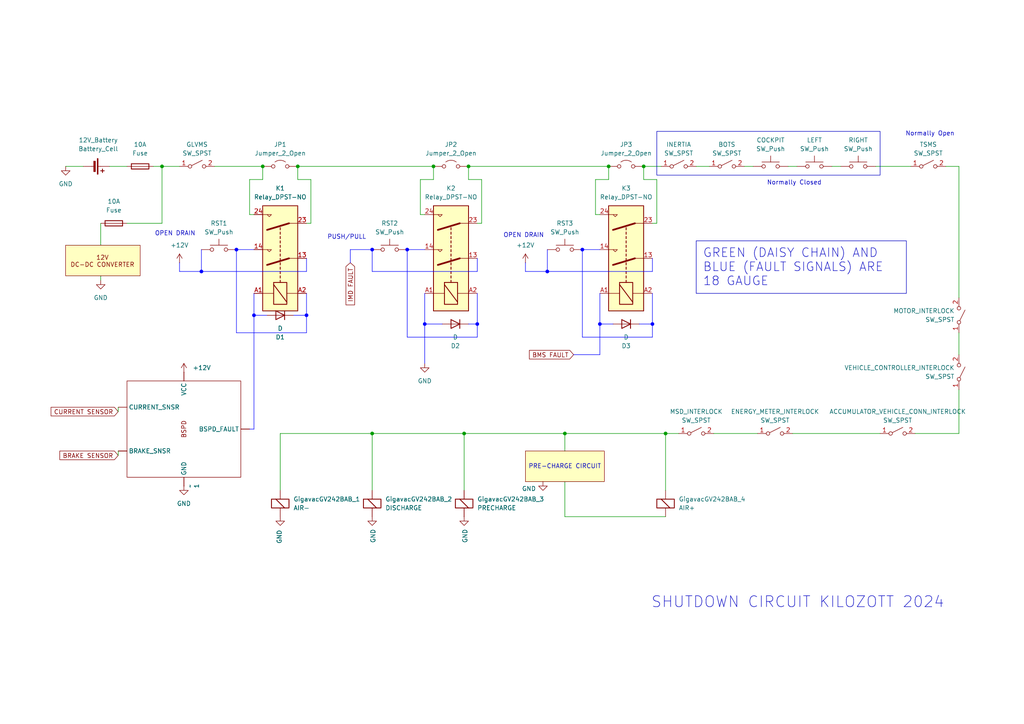
<source format=kicad_sch>
(kicad_sch (version 20231120) (generator "eeschema") (generator_version "8.0")
  (paper "A4")
  (lib_symbols
    (symbol "CustomEV:BSPD"
      (symbol "BSPD_0_1"
        (rectangle (start -13.97 16.51) (end 13.97 -16.51))
      )
      (symbol "BSPD_1_1"
        (text "BSPD" (at 0 0 0) (effects (font (size 1.27 1.27))))
        (pin input line (at 6.35 -19.05 90) (length 2.54) (name "BRAKE_SNSR") (number ""))
        (pin output line (at 0 19.05 270) (length 2.54) (name "BSPD_FAULT") (number ""))
        (pin input line (at -6.35 -19.05 90) (length 2.54) (name "CURRENT_SNSR") (number ""))
        (pin input line (at 16.51 0 180) (length 2.54) (name "GND") (number ""))
        (pin input line (at -16.51 0 0) (length 2.54) (name "VCC") (number ""))
      )
    )
    (symbol "Device:Battery_Cell" (pin_numbers hide) (pin_names (offset 0) hide)
      (property "Reference" "BT" (at 2.54 2.54 0))
      (property "Value" "Battery_Cell" (at 2.54 0 0))
      (symbol "Battery_Cell_0_1"
        (rectangle (start -2.286 1.778) (end 2.286 1.524) (fill (type outline)))
        (rectangle (start -1.524 1.016) (end 1.524 0.508) (fill (type outline)))
        (polyline (pts (xy 0 0.762) (xy 0 0)))
        (polyline (pts (xy 0 1.778) (xy 0 2.54)))
        (polyline (pts (xy 0.762 3.048) (xy 1.778 3.048)) (stroke (width 0.254)))
        (polyline (pts (xy 1.27 3.556) (xy 1.27 2.54)) (stroke (width 0.254)))
      )
      (symbol "Battery_Cell_1_1"
        (pin passive line (at 0 5.08 270) (length 2.54) (name "+") (number "1"))
        (pin passive line (at 0 -2.54 90) (length 2.54) (name "-") (number "2"))
      )
    )
    (symbol "Device:D" (pin_numbers hide) (pin_names (offset 1.016) hide)
      (property "Reference" "D" (at 0 2.54 0))
      (property "Value" "D" (at 0 -2.54 0))
      (symbol "D_0_1"
        (polyline (pts (xy -1.27 1.27) (xy -1.27 -1.27)) (stroke (width 0.254)))
        (polyline (pts (xy 1.27 0) (xy -1.27 0)))
        (polyline (pts (xy 1.27 1.27) (xy 1.27 -1.27) (xy -1.27 0) (xy 1.27 1.27)) (stroke (width 0.254)))
      )
      (symbol "D_1_1"
        (pin passive line (at -3.81 0 0) (length 2.54) (name "K") (number "1"))
        (pin passive line (at 3.81 0 180) (length 2.54) (name "A") (number "2"))
      )
    )
    (symbol "Device:ElectromagneticActor" (pin_numbers hide) (pin_names (offset 0.0254) hide)
      (property "Reference" "L" (at 1.27 3.81 0))
      (property "Value" "ElectromagneticActor" (at 1.27 -1.27 0))
      (symbol "ElectromagneticActor_0_1"
        (rectangle (start -2.54 2.54) (end 2.54 0) (stroke (width 0.254)))
        (polyline (pts (xy -1.27 2.54) (xy 1.27 0)) (stroke (width 0.254)))
      )
      (symbol "ElectromagneticActor_1_1"
        (pin passive line (at 0 5.08 270) (length 2.54) (name "-") (number "1"))
        (pin passive line (at 0 -2.54 90) (length 2.54) (name "+") (number "2"))
      )
    )
    (symbol "Device:Fuse" (pin_numbers hide) (pin_names (offset 0))
      (property "Reference" "F" (at 2.032 0 90))
      (property "Value" "Fuse" (at -1.905 0 90))
      (symbol "Fuse_0_1"
        (rectangle (start -0.762 -2.54) (end 0.762 2.54) (stroke (width 0.254)))
        (polyline (pts (xy 0 2.54) (xy 0 -2.54)))
      )
      (symbol "Fuse_1_1"
        (pin passive line (at 0 3.81 270) (length 1.27) (name "~") (number "1"))
        (pin passive line (at 0 -3.81 90) (length 1.27) (name "~") (number "2"))
      )
    )
    (symbol "Jumper:Jumper_2_Open" (pin_numbers hide) (pin_names (offset 0) hide) (exclude_from_sim yes)
      (property "Reference" "JP" (at 0 2.794 0))
      (property "Value" "Jumper_2_Open" (at 0 -2.286 0))
      (symbol "Jumper_2_Open_0_0"
        (circle (center -2.032 0) (radius 0.508))
        (circle (center 2.032 0) (radius 0.508))
      )
      (symbol "Jumper_2_Open_0_1"
        (arc (start 1.524 1.27) (mid 0 1.778) (end -1.524 1.27))
      )
      (symbol "Jumper_2_Open_1_1"
        (pin passive line (at -5.08 0 0) (length 2.54) (name "A") (number "1"))
        (pin passive line (at 5.08 0 180) (length 2.54) (name "B") (number "2"))
      )
    )
    (symbol "Relay:Relay_DPST-NO"
      (property "Reference" "K" (at 16.51 3.81 0))
      (property "Value" "Relay_DPST-NO" (at 16.51 1.27 0))
      (symbol "Relay_DPST-NO_0_1"
        (rectangle (start -15.24 5.08) (end 15.24 -5.08) (stroke (width 0.254)) (fill (type background)))
        (rectangle (start -13.335 1.905) (end -6.985 -1.905) (stroke (width 0.254)))
        (polyline (pts (xy -12.7 -1.905) (xy -7.62 1.905)) (stroke (width 0.254)))
        (polyline (pts (xy -10.16 -5.08) (xy -10.16 -1.905)))
        (polyline (pts (xy -10.16 5.08) (xy -10.16 1.905)))
        (polyline (pts (xy -6.985 0) (xy -6.35 0)) (stroke (width 0.254)))
        (polyline (pts (xy -5.715 0) (xy -5.08 0)) (stroke (width 0.254)))
        (polyline (pts (xy -4.445 0) (xy -3.81 0)) (stroke (width 0.254)))
        (polyline (pts (xy -3.175 0) (xy -2.54 0)) (stroke (width 0.254)))
        (polyline (pts (xy -1.905 0) (xy -1.27 0)) (stroke (width 0.254)))
        (polyline (pts (xy -0.635 0) (xy 0 0)) (stroke (width 0.254)))
        (polyline (pts (xy 0 -2.54) (xy -1.905 3.81)) (stroke (width 0.508)))
        (polyline (pts (xy 0 -2.54) (xy 0 -5.08)))
        (polyline (pts (xy 0.635 0) (xy 1.27 0)) (stroke (width 0.254)))
        (polyline (pts (xy 1.905 0) (xy 2.54 0)) (stroke (width 0.254)))
        (polyline (pts (xy 3.175 0) (xy 3.81 0)) (stroke (width 0.254)))
        (polyline (pts (xy 4.445 0) (xy 5.08 0)) (stroke (width 0.254)))
        (polyline (pts (xy 5.715 0) (xy 6.35 0)) (stroke (width 0.254)))
        (polyline (pts (xy 6.985 0) (xy 7.62 0)) (stroke (width 0.254)))
        (polyline (pts (xy 8.255 0) (xy 8.89 0)) (stroke (width 0.254)))
        (polyline (pts (xy 10.16 -2.54) (xy 8.255 3.81)) (stroke (width 0.508)))
        (polyline (pts (xy 10.16 -2.54) (xy 10.16 -5.08)))
        (polyline (pts (xy 2.54 5.08) (xy 2.54 2.54) (xy 1.905 3.175) (xy 2.54 3.81)))
        (polyline (pts (xy 12.7 5.08) (xy 12.7 2.54) (xy 12.065 3.175) (xy 12.7 3.81)))
      )
      (symbol "Relay_DPST-NO_1_1"
        (pin passive line (at 0 -7.62 90) (length 2.54) (name "~") (number "13"))
        (pin passive line (at 2.54 7.62 270) (length 2.54) (name "~") (number "14"))
        (pin passive line (at 10.16 -7.62 90) (length 2.54) (name "~") (number "23"))
        (pin passive line (at 12.7 7.62 270) (length 2.54) (name "~") (number "24"))
        (pin passive line (at -10.16 7.62 270) (length 2.54) (name "~") (number "A1"))
        (pin passive line (at -10.16 -7.62 90) (length 2.54) (name "~") (number "A2"))
      )
    )
    (symbol "Switch:SW_Push" (pin_numbers hide) (pin_names (offset 1.016) hide)
      (property "Reference" "SW" (at 1.27 2.54 0))
      (property "Value" "SW_Push" (at 0 -1.524 0))
      (symbol "SW_Push_0_1"
        (circle (center -2.032 0) (radius 0.508))
        (polyline (pts (xy 0 1.27) (xy 0 3.048)))
        (polyline (pts (xy 2.54 1.27) (xy -2.54 1.27)))
        (circle (center 2.032 0) (radius 0.508))
        (pin passive line (at -5.08 0 0) (length 2.54) (name "1") (number "1"))
        (pin passive line (at 5.08 0 180) (length 2.54) (name "2") (number "2"))
      )
    )
    (symbol "Switch:SW_SPST" (pin_names (offset 0) hide)
      (property "Reference" "SW" (at 0 3.175 0))
      (property "Value" "SW_SPST" (at 0 -2.54 0))
      (symbol "SW_SPST_0_0"
        (circle (center -2.032 0) (radius 0.508))
        (polyline (pts (xy -1.524 0.254) (xy 1.524 1.778)))
        (circle (center 2.032 0) (radius 0.508))
      )
      (symbol "SW_SPST_1_1"
        (pin passive line (at -5.08 0 0) (length 2.54) (name "A") (number "1"))
        (pin passive line (at 5.08 0 180) (length 2.54) (name "B") (number "2"))
      )
    )
    (symbol "power:+12V" (power) (pin_numbers hide) (pin_names (offset 0) hide)
      (property "Value" "+12V" (at 0 3.556 0))
      (symbol "+12V_0_1"
        (polyline (pts (xy -0.762 1.27) (xy 0 2.54)))
        (polyline (pts (xy 0 0) (xy 0 2.54)))
        (polyline (pts (xy 0 2.54) (xy 0.762 1.27)))
      )
      (symbol "+12V_1_1"
        (pin power_in line (at 0 0 90) (length 0) (name "~") (number "1"))
      )
    )
    (symbol "power:GND" (power) (pin_numbers hide) (pin_names (offset 0) hide)
      (property "Value" "GND" (at 0 -3.81 0))
      (symbol "GND_0_1"
        (polyline (pts (xy 0 0) (xy 0 -1.27) (xy 1.27 -1.27) (xy 0 -2.54) (xy -1.27 -1.27) (xy 0 -1.27)))
      )
      (symbol "GND_1_1"
        (pin power_in line (at 0 0 270) (length 0) (name "~") (number "1"))
      )
    )
  )
  (junction (at 163.83 125.73))
  (junction (at 176.53 48.26))
  (junction (at 86.36 48.26))
  (junction (at 118.11 72.39) (color 0 0 255 1))
  (junction (at 76.2 48.26))
  (junction (at 168.91 72.39) (color 0 0 255 1))
  (junction (at 58.42 78.74) (color 0 0 255 1))
  (junction (at 173.99 93.98) (color 0 0 255 1))
  (junction (at 158.75 78.74) (color 0 0 255 1))
  (junction (at 138.43 93.98) (color 0 0 255 1))
  (junction (at 123.19 93.98) (color 0 0 255 1))
  (junction (at 107.95 72.39) (color 0 0 255 1))
  (junction (at 189.23 93.98) (color 0 0 255 1))
  (junction (at 125.73 48.26))
  (junction (at 46.99 48.26))
  (junction (at 73.66 91.44) (color 0 0 255 1))
  (junction (at 88.9 91.44) (color 0 0 255 1))
  (junction (at 68.58 72.39) (color 0 0 255 1))
  (junction (at 193.04 125.73))
  (junction (at 186.69 48.26))
  (junction (at 134.62 125.73))
  (junction (at 135.89 48.26))
  (junction (at 107.95 125.73))
  (wire (pts (xy 72.39 124.46) (xy 73.66 124.46)) (stroke (width 0) (color 0 0 255 1)))
  (wire (pts (xy 121.92 52.07) (xy 121.92 62.23)))
  (wire (pts (xy 189.23 74.93) (xy 189.23 78.74)) (stroke (width 0) (color 0 0 255 1)))
  (wire (pts (xy 88.9 74.93) (xy 88.9 78.74)) (stroke (width 0) (color 0 0 255 1)))
  (wire (pts (xy 135.89 52.07) (xy 139.7 52.07)))
  (wire (pts (xy 123.19 93.98) (xy 123.19 105.41)) (stroke (width 0) (color 0 0 255 1)))
  (wire (pts (xy 193.04 125.73) (xy 196.85 125.73)))
  (wire (pts (xy 29.21 64.77) (xy 29.21 71.12)))
  (wire (pts (xy 215.9 48.26) (xy 218.44 48.26)))
  (wire (pts (xy 90.17 64.77) (xy 88.9 64.77)))
  (wire (pts (xy 73.66 91.44) (xy 73.66 124.46)) (stroke (width 0) (color 0 0 255 1)))
  (wire (pts (xy 44.45 48.26) (xy 46.99 48.26)))
  (wire (pts (xy 168.91 97.79) (xy 168.91 72.39)) (stroke (width 0) (color 0 0 255 1)))
  (wire (pts (xy 189.23 93.98) (xy 185.42 93.98)) (stroke (width 0) (color 0 0 255 1)))
  (wire (pts (xy 46.99 64.77) (xy 46.99 48.26)))
  (wire (pts (xy 86.36 48.26) (xy 86.36 52.07)))
  (wire (pts (xy 123.19 93.98) (xy 128.27 93.98)) (stroke (width 0) (color 0 0 255 1)))
  (wire (pts (xy 118.11 97.79) (xy 138.43 97.79)) (stroke (width 0) (color 0 0 255 1)))
  (wire (pts (xy 139.7 64.77) (xy 138.43 64.77)))
  (wire (pts (xy 189.23 93.98) (xy 189.23 97.79)) (stroke (width 0) (color 0 0 255 1)))
  (wire (pts (xy 278.13 96.52) (xy 278.13 102.87)))
  (wire (pts (xy 278.13 86.36) (xy 278.13 48.26)))
  (wire (pts (xy 29.21 80.01) (xy 29.21 81.28)))
  (wire (pts (xy 278.13 125.73) (xy 278.13 113.03)))
  (wire (pts (xy 138.43 78.74) (xy 107.95 78.74)) (stroke (width 0) (color 0 0 255 1)))
  (wire (pts (xy 58.42 78.74) (xy 52.07 78.74)) (stroke (width 0) (color 0 0 255 1)))
  (wire (pts (xy 62.23 48.26) (xy 76.2 48.26)))
  (wire (pts (xy 68.58 96.52) (xy 88.9 96.52)) (stroke (width 0) (color 0 0 255 1)))
  (wire (pts (xy 173.99 93.98) (xy 173.99 102.87)) (stroke (width 0) (color 0 0 255 1)))
  (wire (pts (xy 166.37 102.87) (xy 173.99 102.87)) (stroke (width 0) (color 0 0 255 1)))
  (wire (pts (xy 163.83 139.7) (xy 163.83 149.86)))
  (wire (pts (xy 101.6 76.2) (xy 101.6 72.39)) (stroke (width 0) (color 0 0 255 1)))
  (wire (pts (xy 88.9 91.44) (xy 88.9 96.52)) (stroke (width 0) (color 0 0 255 1)))
  (wire (pts (xy 173.99 85.09) (xy 173.99 93.98)) (stroke (width 0) (color 0 0 255 1)))
  (wire (pts (xy 172.72 52.07) (xy 172.72 62.23)))
  (wire (pts (xy 135.89 48.26) (xy 135.89 52.07)))
  (wire (pts (xy 190.5 64.77) (xy 189.23 64.77)))
  (wire (pts (xy 186.69 48.26) (xy 191.77 48.26)))
  (wire (pts (xy 36.83 64.77) (xy 46.99 64.77)))
  (wire (pts (xy 274.32 48.26) (xy 278.13 48.26)))
  (wire (pts (xy 134.62 125.73) (xy 134.62 142.24)))
  (wire (pts (xy 163.83 125.73) (xy 193.04 125.73)))
  (wire (pts (xy 138.43 74.93) (xy 138.43 78.74)) (stroke (width 0) (color 0 0 255 1)))
  (wire (pts (xy 135.89 48.26) (xy 176.53 48.26)))
  (wire (pts (xy 152.4 78.74) (xy 152.4 76.2)) (stroke (width 0) (color 0 0 255 1)))
  (wire (pts (xy 68.58 96.52) (xy 68.58 72.39)) (stroke (width 0) (color 0 0 255 1)))
  (wire (pts (xy 173.99 93.98) (xy 177.8 93.98)) (stroke (width 0) (color 0 0 255 1)))
  (wire (pts (xy 138.43 85.09) (xy 138.43 93.98)) (stroke (width 0) (color 0 0 255 1)))
  (wire (pts (xy 34.29 118.11) (xy 34.29 119.38)))
  (wire (pts (xy 176.53 48.26) (xy 176.53 52.07)))
  (wire (pts (xy 193.04 149.86) (xy 163.83 149.86)))
  (wire (pts (xy 125.73 52.07) (xy 121.92 52.07)))
  (wire (pts (xy 107.95 72.39) (xy 107.95 78.74)) (stroke (width 0) (color 0 0 255 1)))
  (wire (pts (xy 265.43 125.73) (xy 278.13 125.73)))
  (wire (pts (xy 76.2 52.07) (xy 72.39 52.07)))
  (wire (pts (xy 118.11 97.79) (xy 118.11 72.39)) (stroke (width 0) (color 0 0 255 1)))
  (wire (pts (xy 86.36 52.07) (xy 90.17 52.07)))
  (wire (pts (xy 72.39 52.07) (xy 72.39 62.23)))
  (wire (pts (xy 90.17 52.07) (xy 90.17 64.77)))
  (wire (pts (xy 107.95 125.73) (xy 134.62 125.73)))
  (wire (pts (xy 158.75 72.39) (xy 158.75 78.74)) (stroke (width 0) (color 0 0 255 1)))
  (wire (pts (xy 190.5 52.07) (xy 190.5 64.77)))
  (wire (pts (xy 73.66 91.44) (xy 77.47 91.44)) (stroke (width 0) (color 0 0 255 1)))
  (wire (pts (xy 138.43 97.79) (xy 138.43 93.98)) (stroke (width 0) (color 0 0 255 1)))
  (wire (pts (xy 31.75 48.26) (xy 36.83 48.26)))
  (wire (pts (xy 88.9 78.74) (xy 58.42 78.74)) (stroke (width 0) (color 0 0 255 1)))
  (wire (pts (xy 81.28 125.73) (xy 107.95 125.73)))
  (wire (pts (xy 46.99 48.26) (xy 52.07 48.26)))
  (wire (pts (xy 123.19 85.09) (xy 123.19 93.98)) (stroke (width 0) (color 0 0 255 1)))
  (wire (pts (xy 231.14 48.26) (xy 228.6 48.26)))
  (wire (pts (xy 168.91 97.79) (xy 189.23 97.79)) (stroke (width 0) (color 0 0 255 1)))
  (wire (pts (xy 172.72 62.23) (xy 173.99 62.23)))
  (wire (pts (xy 176.53 52.07) (xy 172.72 52.07)))
  (wire (pts (xy 34.29 130.81) (xy 34.29 132.08)))
  (wire (pts (xy 243.84 48.26) (xy 241.3 48.26)))
  (wire (pts (xy 118.11 72.39) (xy 123.19 72.39)) (stroke (width 0) (color 0 0 255 1)))
  (wire (pts (xy 254 48.26) (xy 264.16 48.26)))
  (wire (pts (xy 73.66 85.09) (xy 73.66 91.44)) (stroke (width 0) (color 0 0 255 1)))
  (wire (pts (xy 135.89 93.98) (xy 138.43 93.98)) (stroke (width 0) (color 0 0 255 1)))
  (wire (pts (xy 186.69 52.07) (xy 190.5 52.07)))
  (wire (pts (xy 125.73 48.26) (xy 125.73 52.07)))
  (wire (pts (xy 68.58 72.39) (xy 73.66 72.39)) (stroke (width 0) (color 0 0 255 1)))
  (wire (pts (xy 24.13 48.26) (xy 19.05 48.26)))
  (wire (pts (xy 58.42 72.39) (xy 58.42 78.74)) (stroke (width 0) (color 0 0 255 1)))
  (wire (pts (xy 52.07 78.74) (xy 52.07 76.2)) (stroke (width 0) (color 0 0 255 1)))
  (wire (pts (xy 189.23 78.74) (xy 158.75 78.74)) (stroke (width 0) (color 0 0 255 1)))
  (wire (pts (xy 207.01 125.73) (xy 219.71 125.73)))
  (wire (pts (xy 86.36 48.26) (xy 125.73 48.26)))
  (wire (pts (xy 186.69 48.26) (xy 186.69 52.07)))
  (wire (pts (xy 229.87 125.73) (xy 255.27 125.73)))
  (wire (pts (xy 139.7 52.07) (xy 139.7 64.77)))
  (wire (pts (xy 88.9 85.09) (xy 88.9 91.44)) (stroke (width 0) (color 0 0 255 1)))
  (wire (pts (xy 134.62 125.73) (xy 163.83 125.73)))
  (wire (pts (xy 76.2 48.26) (xy 76.2 52.07)))
  (wire (pts (xy 168.91 72.39) (xy 173.99 72.39)) (stroke (width 0) (color 0 0 255 1)))
  (wire (pts (xy 121.92 62.23) (xy 123.19 62.23)))
  (wire (pts (xy 158.75 78.74) (xy 152.4 78.74)) (stroke (width 0) (color 0 0 255 1)))
  (wire (pts (xy 81.28 125.73) (xy 81.28 142.24)))
  (wire (pts (xy 85.09 91.44) (xy 88.9 91.44)) (stroke (width 0) (color 0 0 255 1)))
  (wire (pts (xy 107.95 125.73) (xy 107.95 142.24)))
  (wire (pts (xy 193.04 125.73) (xy 193.04 142.24)))
  (wire (pts (xy 201.93 48.26) (xy 205.74 48.26)))
  (wire (pts (xy 189.23 85.09) (xy 189.23 93.98)) (stroke (width 0) (color 0 0 255 1)))
  (wire (pts (xy 101.6 72.39) (xy 107.95 72.39)) (stroke (width 0) (color 0 0 255 1)))
  (wire (pts (xy 163.83 125.73) (xy 163.83 130.81)))
  (wire (pts (xy 72.39 62.23) (xy 73.66 62.23)))
  (rectangle (start 19.05 71.12) (end 40.64 80.01) (stroke (width 0) (color 132 0 0 1)) (fill (type color) (color 255 255 194 1)))
  (rectangle (start 152.4 130.81) (end 175.26 139.7) (stroke (width 0) (color 132 0 0 1)) (fill (type color) (color 255 255 194 1)))
  (rectangle (start 190.5 38.1) (end 255.27 50.8))
  (text_box "GREEN (DAISY CHAIN) AND BLUE (FAULT SIGNALS) ARE 18 GAUGE\n" (at 201.93 69.85 0) (size 60.96 15.24) (effects (font (size 2.54 2.54)) (justify left top)))
  (text "SHUTDOWN CIRCUIT KILOZOTT 2024\n" (at 231.394 174.752 0) (effects (font (size 3.175 3.175))))
  (text "12V\nDC-DC CONVERTER\n" (at 29.718 75.946 0) (effects (font (size 1.27 1.27))))
  (text "Normally Open" (at 269.748 38.862 0) (effects (font (size 1.27 1.27))))
  (text "Normally Closed" (at 230.378 53.086 0) (effects (font (size 1.27 1.27))))
  (text "OPEN DRAIN" (at 151.892 68.326 0) (effects (font (size 1.27 1.27))))
  (text "OPEN DRAIN" (at 50.8 67.818 0) (effects (font (size 1.27 1.27))))
  (text "PRE-CHARGE CIRCUIT" (at 163.83 135.382 0) (effects (font (size 1.27 1.27))))
  (text "PUSH/PULL" (at 100.584 68.834 0) (effects (font (size 1.27 1.27))))
  (global_label "BRAKE SENSOR" (shape input) (at 34.29 132.08 180) (property "Intersheetrefs" "${INTERSHEET_REFS}" (effects (hide yes))))
  (global_label "BMS FAULT" (shape input) (at 166.37 102.87 180) (property "Intersheetrefs" "${INTERSHEET_REFS}" (effects (hide yes))))
  (global_label "IMD FAULT" (shape input) (at 101.6 76.2 270) (property "Intersheetrefs" "${INTERSHEET_REFS}" (effects (hide yes))))
  (global_label "CURRENT SENSOR" (shape input) (at 34.29 119.38 180) (property "Intersheetrefs" "${INTERSHEET_REFS}" (effects (hide yes))))
  (symbol (lib_id "power:+12V") (at 53.34 107.95 0) (unit 1)
    (property "Reference" "#PWR02" (effects (hide yes)))
    (property "Value" "+12V" (at 55.88 106.6799 0) (effects (justify left)))
    (property "Description" "Power symbol creates a global label with name \"+12V\"" (effects (hide yes)))
  )
  (symbol (lib_id "Switch:SW_Push") (at 163.83 72.39 0) (unit 1)
    (property "Reference" "RST3" (at 163.83 64.77 0))
    (property "Value" "SW_Push" (at 163.83 67.31 0))
    (property "Description" "Push button switch, generic, two pins" (effects (hide yes)))
  )
  (symbol (lib_id "Switch:SW_SPST") (at 260.35 125.73 0) (unit 1)
    (property "Reference" "ACCUMULATOR_VEHICLE_CONN_INTERLOCK" (at 260.35 119.38 0))
    (property "Value" "SW_SPST" (at 260.35 121.92 0))
    (property "Description" "Single Pole Single Throw (SPST) switch" (effects (hide yes)))
  )
  (symbol (lib_id "power:GND") (at 157.48 139.7 0) (unit 1)
    (property "Reference" "#PWR011" (effects (hide yes)))
    (property "Value" "GND" (at 153.416 141.732 0))
    (property "Description" "Power symbol creates a global label with name \"GND\" , ground" (effects (hide yes)))
  )
  (symbol (lib_id "Switch:SW_SPST") (at 278.13 91.44 270) (mirror x) (unit 1)
    (property "Reference" "MOTOR_INTERLOCK" (at 276.86 90.1699 90) (effects (justify right)))
    (property "Value" "SW_SPST" (at 276.86 92.7099 90) (effects (justify right)))
    (property "Description" "Single Pole Single Throw (SPST) switch" (effects (hide yes)))
  )
  (symbol (lib_id "Switch:SW_Push") (at 63.5 72.39 0) (unit 1)
    (property "Reference" "RST1" (at 63.5 64.77 0))
    (property "Value" "SW_Push" (at 63.5 67.31 0))
    (property "Description" "Push button switch, generic, two pins" (effects (hide yes)))
  )
  (symbol (lib_id "power:GND") (at 107.95 149.86 0) (unit 1)
    (property "Reference" "#PWR010" (effects (hide yes)))
    (property "Value" "GND" (at 108.204 153.416 90) (effects (justify right)))
    (property "Description" "Power symbol creates a global label with name \"GND\" , ground" (effects (hide yes)))
  )
  (symbol (lib_id "power:GND") (at 53.34 140.97 0) (unit 1)
    (property "Reference" "#PWR03" (effects (hide yes)))
    (property "Value" "GND" (at 53.34 146.05 0))
    (property "Description" "Power symbol creates a global label with name \"GND\" , ground" (effects (hide yes)))
  )
  (symbol (lib_id "Switch:SW_Push") (at 248.92 48.26 0) (unit 1)
    (property "Reference" "RIGHT" (at 248.92 40.64 0))
    (property "Value" "SW_Push" (at 248.92 43.18 0))
    (property "Description" "Push button switch, generic, two pins" (effects (hide yes)))
  )
  (symbol (lib_id "Switch:SW_Push") (at 223.52 48.26 0) (unit 1)
    (property "Reference" "COCKPIT" (at 223.52 40.64 0))
    (property "Value" "SW_Push" (at 223.52 43.18 0))
    (property "Description" "Push button switch, generic, two pins" (effects (hide yes)))
  )
  (symbol (lib_id "Device:D") (at 132.08 93.98 0) (mirror y) (unit 1)
    (property "Reference" "D2" (at 132.08 100.33 0))
    (property "Value" "D" (at 132.08 97.79 0))
    (property "Description" "Diode" (effects (hide yes)))
    (property "Sim.Device" "D" (effects (hide yes)))
    (property "Sim.Pins" "1=K 2=A" (effects (hide yes)))
  )
  (symbol (lib_id "power:GND") (at 19.05 48.26 0) (unit 1)
    (property "Reference" "#PWR01" (effects (hide yes)))
    (property "Value" "GND" (at 19.05 53.34 0))
    (property "Description" "Power symbol creates a global label with name \"GND\" , ground" (effects (hide yes)))
  )
  (symbol (lib_id "Switch:SW_SPST") (at 278.13 107.95 270) (mirror x) (unit 1)
    (property "Reference" "VEHICLE_CONTROLLER_INTERLOCK" (at 276.86 106.6799 90) (effects (justify right)))
    (property "Value" "SW_SPST" (at 276.86 109.2199 90) (effects (justify right)))
    (property "Description" "Single Pole Single Throw (SPST) switch" (effects (hide yes)))
  )
  (symbol (lib_id "Device:Fuse") (at 40.64 48.26 90) (unit 1)
    (property "Reference" "10A" (at 40.64 41.91 90))
    (property "Value" "Fuse" (at 40.64 44.45 90))
    (property "Description" "Fuse" (effects (hide yes)))
  )
  (symbol (lib_id "Jumper:Jumper_2_Open") (at 181.61 48.26 0) (unit 1) (exclude_from_sim yes)
    (property "Reference" "JP3" (at 181.61 41.91 0))
    (property "Value" "Jumper_2_Open" (at 181.61 44.45 0))
    (property "Description" "Jumper, 2-pole, open" (effects (hide yes)))
  )
  (symbol (lib_id "Device:ElectromagneticActor") (at 107.95 147.32 0) (unit 1)
    (property "Reference" "GigavacGV242BAB_2" (at 111.76 144.7799 0) (effects (justify left)))
    (property "Value" "DISCHARGE" (at 111.76 147.3199 0) (effects (justify left)))
    (property "Description" "Electromagnetic actor" (effects (hide yes)))
  )
  (symbol (lib_id "power:GND") (at 81.28 149.86 0) (unit 1)
    (property "Reference" "#PWR07" (effects (hide yes)))
    (property "Value" "GND" (at 81.026 157.734 90) (effects (justify left)))
    (property "Description" "Power symbol creates a global label with name \"GND\" , ground" (effects (hide yes)))
  )
  (symbol (lib_id "power:GND") (at 29.21 81.28 0) (unit 1)
    (property "Reference" "#PWR08" (effects (hide yes)))
    (property "Value" "GND" (at 29.21 86.36 0))
    (property "Description" "Power symbol creates a global label with name \"GND\" , ground" (effects (hide yes)))
  )
  (symbol (lib_id "Device:Battery_Cell") (at 26.67 48.26 270) (unit 1)
    (property "Reference" "12V_Battery" (at 28.5115 40.64 90))
    (property "Value" "Battery_Cell" (at 28.5115 43.18 90))
    (property "Description" "Single-cell battery" (effects (hide yes)))
  )
  (symbol (lib_id "power:+12V") (at 152.4 76.2 0) (unit 1)
    (property "Reference" "#PWR06" (effects (hide yes)))
    (property "Value" "+12V" (at 152.4 71.12 0))
    (property "Description" "Power symbol creates a global label with name \"+12V\"" (effects (hide yes)))
  )
  (symbol (lib_id "power:GND") (at 123.19 105.41 0) (unit 1)
    (property "Reference" "#PWR05" (effects (hide yes)))
    (property "Value" "GND" (at 123.19 110.49 0))
    (property "Description" "Power symbol creates a global label with name \"GND\" , ground" (effects (hide yes)))
  )
  (symbol (lib_id "CustomEV:BSPD") (at 53.34 124.46 270) (unit 1)
    (property "Reference" "1" (at 57.0232 140.97 0))
    (property "Value" "~" (at 55.1181 140.97 0))
  )
  (symbol (lib_id "Switch:SW_Push") (at 236.22 48.26 0) (unit 1)
    (property "Reference" "LEFT" (at 236.22 40.64 0))
    (property "Value" "SW_Push" (at 236.22 43.18 0))
    (property "Description" "Push button switch, generic, two pins" (effects (hide yes)))
  )
  (symbol (lib_id "Jumper:Jumper_2_Open") (at 81.28 48.26 0) (unit 1) (exclude_from_sim yes)
    (property "Reference" "JP1" (at 81.28 41.91 0))
    (property "Value" "Jumper_2_Open" (at 81.28 44.45 0))
    (property "Description" "Jumper, 2-pole, open" (effects (hide yes)))
  )
  (symbol (lib_id "Switch:SW_SPST") (at 196.85 48.26 0) (unit 1)
    (property "Reference" "INERTIA" (at 196.85 41.91 0))
    (property "Value" "SW_SPST" (at 196.85 44.45 0))
    (property "Description" "Single Pole Single Throw (SPST) switch" (effects (hide yes)))
  )
  (symbol (lib_id "Switch:SW_SPST") (at 224.79 125.73 0) (unit 1)
    (property "Reference" "ENERGY_METER_INTERLOCK" (at 224.79 119.38 0))
    (property "Value" "SW_SPST" (at 224.79 121.92 0))
    (property "Description" "Single Pole Single Throw (SPST) switch" (effects (hide yes)))
  )
  (symbol (lib_id "Switch:SW_SPST") (at 210.82 48.26 0) (unit 1)
    (property "Reference" "BOTS" (at 210.82 41.91 0))
    (property "Value" "SW_SPST" (at 210.82 44.45 0))
    (property "Description" "Single Pole Single Throw (SPST) switch" (effects (hide yes)))
  )
  (symbol (lib_id "Device:Fuse") (at 33.02 64.77 90) (unit 1)
    (property "Reference" "10A" (at 33.02 58.42 90))
    (property "Value" "Fuse" (at 33.02 60.96 90))
    (property "Description" "Fuse" (effects (hide yes)))
  )
  (symbol (lib_id "Device:ElectromagneticActor") (at 193.04 147.32 0) (unit 1)
    (property "Reference" "GigavacGV242BAB_4" (at 196.85 144.7799 0) (effects (justify left)))
    (property "Value" "AIR+" (at 196.85 147.3199 0) (effects (justify left)))
    (property "Description" "Electromagnetic actor" (effects (hide yes)))
  )
  (symbol (lib_id "Switch:SW_SPST") (at 57.15 48.26 0) (unit 1)
    (property "Reference" "GLVMS" (at 57.15 41.91 0))
    (property "Value" "SW_SPST" (at 57.15 44.45 0))
    (property "Description" "Single Pole Single Throw (SPST) switch" (effects (hide yes)))
  )
  (symbol (lib_id "Relay:Relay_DPST-NO") (at 81.28 74.93 90) (unit 1)
    (property "Reference" "K1" (at 81.28 54.61 90))
    (property "Value" "Relay_DPST-NO" (at 81.28 57.15 90))
    (property "Description" "Relay DPST, monostable, normally open, EN50005" (effects (hide yes)))
  )
  (symbol (lib_id "Relay:Relay_DPST-NO") (at 130.81 74.93 90) (unit 1)
    (property "Reference" "K2" (at 130.81 54.61 90))
    (property "Value" "Relay_DPST-NO" (at 130.81 57.15 90))
    (property "Description" "Relay DPST, monostable, normally open, EN50005" (effects (hide yes)))
  )
  (symbol (lib_id "Relay:Relay_DPST-NO") (at 181.61 74.93 90) (unit 1)
    (property "Reference" "K3" (at 181.61 54.61 90))
    (property "Value" "Relay_DPST-NO" (at 181.61 57.15 90))
    (property "Description" "Relay DPST, monostable, normally open, EN50005" (effects (hide yes)))
  )
  (symbol (lib_id "Switch:SW_Push") (at 113.03 72.39 0) (unit 1)
    (property "Reference" "RST2" (at 113.03 64.77 0))
    (property "Value" "SW_Push" (at 113.03 67.31 0))
    (property "Description" "Push button switch, generic, two pins" (effects (hide yes)))
  )
  (symbol (lib_id "Device:D") (at 181.61 93.98 0) (mirror y) (unit 1)
    (property "Reference" "D3" (at 181.61 100.33 0))
    (property "Value" "D" (at 181.61 97.79 0))
    (property "Description" "Diode" (effects (hide yes)))
    (property "Sim.Device" "D" (effects (hide yes)))
    (property "Sim.Pins" "1=K 2=A" (effects (hide yes)))
  )
  (symbol (lib_id "Jumper:Jumper_2_Open") (at 130.81 48.26 0) (unit 1) (exclude_from_sim yes)
    (property "Reference" "JP2" (at 130.81 41.91 0))
    (property "Value" "Jumper_2_Open" (at 130.81 44.45 0))
    (property "Description" "Jumper, 2-pole, open" (effects (hide yes)))
  )
  (symbol (lib_id "Device:D") (at 81.28 91.44 0) (mirror y) (unit 1)
    (property "Reference" "D1" (at 81.28 97.79 0))
    (property "Value" "D" (at 81.28 95.25 0))
    (property "Description" "Diode" (effects (hide yes)))
    (property "Sim.Device" "D" (effects (hide yes)))
    (property "Sim.Pins" "1=K 2=A" (effects (hide yes)))
  )
  (symbol (lib_id "power:+12V") (at 52.07 76.2 0) (unit 1)
    (property "Reference" "#PWR04" (effects (hide yes)))
    (property "Value" "+12V" (at 52.07 71.12 0))
    (property "Description" "Power symbol creates a global label with name \"+12V\"" (effects (hide yes)))
  )
  (symbol (lib_id "Device:ElectromagneticActor") (at 81.28 147.32 0) (unit 1)
    (property "Reference" "GigavacGV242BAB_1" (at 85.09 144.7799 0) (effects (justify left)))
    (property "Value" "AIR-" (at 85.09 147.3199 0) (effects (justify left)))
    (property "Description" "Electromagnetic actor" (effects (hide yes)))
  )
  (symbol (lib_id "Device:ElectromagneticActor") (at 134.62 147.32 0) (unit 1)
    (property "Reference" "GigavacGV242BAB_3" (at 138.43 144.7799 0) (effects (justify left)))
    (property "Value" "PRECHARGE" (at 138.43 147.3199 0) (effects (justify left)))
    (property "Description" "Electromagnetic actor" (effects (hide yes)))
  )
  (symbol (lib_id "power:GND") (at 134.62 149.86 0) (unit 1)
    (property "Reference" "#PWR09" (effects (hide yes)))
    (property "Value" "GND" (at 134.874 153.416 90) (effects (justify right)))
    (property "Description" "Power symbol creates a global label with name \"GND\" , ground" (effects (hide yes)))
  )
  (symbol (lib_id "Switch:SW_SPST") (at 201.93 125.73 0) (unit 1)
    (property "Reference" "MSD_INTERLOCK" (at 201.93 119.38 0))
    (property "Value" "SW_SPST" (at 201.93 121.92 0))
    (property "Description" "Single Pole Single Throw (SPST) switch" (effects (hide yes)))
  )
  (symbol (lib_id "Switch:SW_SPST") (at 269.24 48.26 0) (unit 1)
    (property "Reference" "TSMS" (at 269.24 41.91 0))
    (property "Value" "SW_SPST" (at 269.24 44.45 0))
    (property "Description" "Single Pole Single Throw (SPST) switch" (effects (hide yes)))
  )
)
</source>
